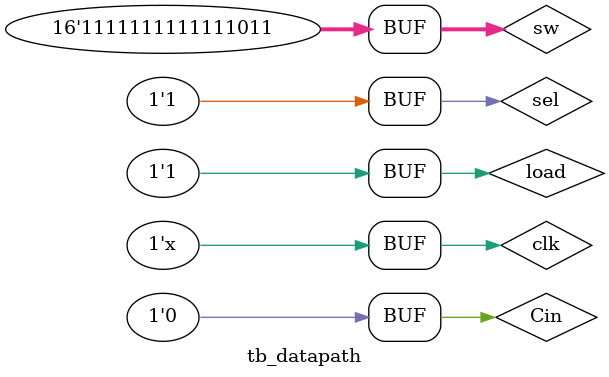
<source format=v>
`timescale 1ns / 1ps

module tb_datapath;
reg clk = 0;
reg load, sel, Cin;
reg [15:0] sw;
wire [15:0] led;
always #5 clk = ~clk;

datapath uut(.clk(clk),
             .load(load),
             .sel(sel),
             .Cin(Cin),
             .sw(sw),
             .led(led));
             
initial begin;
load = 1;
sel = 0;
Cin = 0;
sw = 16'b0000000000000000;
#20
Cin = 1;
sw = 16'b0000000100000000;
#20
Cin = 0;
sw = 16'b0000010100010101;
#20
Cin = 0;
sw = 16'b0101011101110111;
#20
Cin = 1;
sw = 16'b1000011110000101;
#20
Cin = 0;
sw = 16'b1000010011000100;
#20
Cin = 1;
sw = 16'b1000100010000000;
#20
Cin = 1;
sw = 16'b1000101010011010;
#20
Cin = 0;
sw = 16'b1111111111101111;
#20
load = 1;
sel = 1;
Cin = 0;
sw = 16'b0000000000001000;
#20
Cin = 1;
sw = 16'b0100000100000001;
#20
Cin = 0;
sw = 16'b0001110100010101;
#20
Cin = 0;
sw = 16'b0111011101111111;
#20
Cin = 1;
sw = 16'b1010011110000111;
#20
Cin = 0;
sw = 16'b1100010011000100;
#20
Cin = 1;
sw = 16'b1000000010001000;
#20
Cin = 1;
sw = 16'b1000101010011010;
#20
Cin = 0;
sw = 16'b1111111111111011;
end

endmodule

</source>
